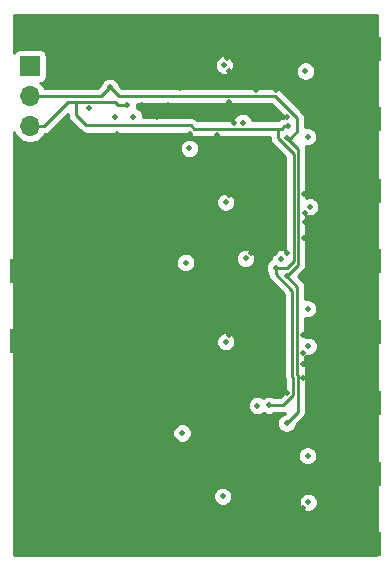
<source format=gbl>
G04 #@! TF.FileFunction,Copper,L4,Bot,Signal*
%FSLAX46Y46*%
G04 Gerber Fmt 4.6, Leading zero omitted, Abs format (unit mm)*
G04 Created by KiCad (PCBNEW 4.0.6-e0-6349~53~ubuntu14.04.1) date Thu Apr 13 01:04:39 2017*
%MOMM*%
%LPD*%
G01*
G04 APERTURE LIST*
%ADD10C,0.100000*%
%ADD11R,4.500000X2.000000*%
%ADD12R,1.700000X1.700000*%
%ADD13O,1.700000X1.700000*%
%ADD14C,0.480000*%
%ADD15C,0.240000*%
%ADD16C,0.254000*%
G04 APERTURE END LIST*
D10*
D11*
X126500000Y-142950000D03*
X126500000Y-137000000D03*
X99500000Y-131775000D03*
X99500000Y-137725000D03*
X126500000Y-154950000D03*
X126500000Y-149000000D03*
X126500000Y-118975000D03*
X126500000Y-113025000D03*
X126500000Y-130975000D03*
X126500000Y-125025000D03*
D12*
X99000000Y-114460000D03*
D13*
X99000000Y-117000000D03*
X99000000Y-119540000D03*
X99000000Y-122080000D03*
D14*
X112175000Y-131100000D03*
X115450000Y-114375000D03*
X106200000Y-118750000D03*
X122500000Y-120450000D03*
X122500000Y-147450000D03*
X122500000Y-135000000D03*
X112500000Y-121425000D03*
X107750000Y-118750000D03*
X111875000Y-145525000D03*
X118250000Y-143200000D03*
X120250000Y-130775000D03*
X117250000Y-130750000D03*
X117000000Y-119250000D03*
X122555000Y-151384000D03*
X115316000Y-150876000D03*
X115570000Y-137795000D03*
X115570000Y-125984000D03*
X122682000Y-126365000D03*
X122555000Y-138176000D03*
X122326400Y-114884200D03*
X121650000Y-111875000D03*
X127950000Y-110525000D03*
X125800000Y-110525000D03*
X123300000Y-110550000D03*
X120925000Y-110525000D03*
X105975000Y-110600000D03*
X103850000Y-110600000D03*
X102050000Y-110600000D03*
X100400000Y-110600000D03*
X98325000Y-110625000D03*
X98300000Y-111975000D03*
X98075000Y-123800000D03*
X98100000Y-125500000D03*
X98125000Y-126975000D03*
X98150000Y-128650000D03*
X109775000Y-118748000D03*
X110675000Y-117752000D03*
X111725000Y-116350000D03*
X122200000Y-125275000D03*
X107000000Y-124200000D03*
X107000000Y-121800000D03*
X108475000Y-123000000D03*
X113900000Y-113700000D03*
X113250000Y-114300000D03*
X112550000Y-114825000D03*
X112400000Y-115825000D03*
X113525000Y-115625000D03*
X114600000Y-115600000D03*
X111475000Y-120550000D03*
X114850000Y-120300000D03*
X113675000Y-120775000D03*
X112550000Y-120225000D03*
X113600000Y-118500000D03*
X114700000Y-118250000D03*
X115950000Y-118200000D03*
X116050000Y-124575000D03*
X115250000Y-123650000D03*
X114925000Y-125100000D03*
X114325000Y-126150000D03*
X114950000Y-127125000D03*
X113925000Y-127150000D03*
X113225000Y-126400000D03*
X113000000Y-125375000D03*
X111300000Y-124550000D03*
X111475000Y-123550000D03*
X111325000Y-122275000D03*
X112875000Y-142975000D03*
X113375000Y-142350000D03*
X114200000Y-141625000D03*
X115850000Y-141525000D03*
X116725000Y-141925000D03*
X116800000Y-142900000D03*
X116150000Y-143525000D03*
X114875000Y-143675000D03*
X113800000Y-144100000D03*
X112525000Y-144075000D03*
X111250000Y-144425000D03*
X108050000Y-144450000D03*
X108675000Y-144000000D03*
X109025000Y-142775000D03*
X110025000Y-141875000D03*
X111050000Y-140825000D03*
X112100000Y-139575000D03*
X113075000Y-138900000D03*
X114525000Y-138775000D03*
X114200000Y-137250000D03*
X115300000Y-136175000D03*
X114575000Y-135325000D03*
X113875000Y-133975000D03*
X112275000Y-134025000D03*
X110775000Y-134025000D03*
X109900000Y-133275000D03*
X109925000Y-131725000D03*
X109900000Y-130350000D03*
X111300000Y-129825000D03*
X115800000Y-131125000D03*
X115875000Y-129800000D03*
X114600000Y-129700000D03*
X113025000Y-129650000D03*
X111900000Y-128600000D03*
X110900000Y-127725000D03*
X109700000Y-127350000D03*
X109025000Y-125900000D03*
X108475000Y-124950000D03*
X107175000Y-126325000D03*
X108200000Y-127425000D03*
X108575000Y-129000000D03*
X108525000Y-130475000D03*
X108500000Y-131900000D03*
X108250000Y-133700000D03*
X107350000Y-134800000D03*
X107925000Y-135575000D03*
X108550000Y-137025000D03*
X108525000Y-138625000D03*
X108500000Y-140125000D03*
X108475000Y-141700000D03*
X107325000Y-143025000D03*
X107225000Y-144100000D03*
X115400000Y-149100000D03*
X114600000Y-148775000D03*
X113075000Y-148625000D03*
X111275000Y-148800000D03*
X111550000Y-149825000D03*
X112525000Y-150700000D03*
X113400000Y-151550000D03*
X114700000Y-152050000D03*
X105250000Y-122375000D03*
X104750000Y-123900000D03*
X104750000Y-125350000D03*
X104750000Y-126875000D03*
X105475000Y-128275000D03*
X106050000Y-129625000D03*
X106050000Y-130950000D03*
X106050000Y-132325000D03*
X104850000Y-132800000D03*
X102200000Y-132875000D03*
X102225000Y-131475000D03*
X102225000Y-130475000D03*
X101000000Y-130400000D03*
X99575000Y-130400000D03*
X98150000Y-130375000D03*
X98150000Y-133225000D03*
X99750000Y-133250000D03*
X101325000Y-133525000D03*
X114475000Y-155450000D03*
X111850000Y-155475000D03*
X110325000Y-155450000D03*
X108900000Y-155450000D03*
X107300000Y-155450000D03*
X105800000Y-155450000D03*
X104325000Y-155425000D03*
X102900000Y-155425000D03*
X101400000Y-155400000D03*
X99700000Y-155400000D03*
X98250000Y-155375000D03*
X98225000Y-154400000D03*
X98225000Y-152900000D03*
X98200000Y-151125000D03*
X98200000Y-149425000D03*
X98200000Y-147375000D03*
X98175000Y-145800000D03*
X98175000Y-143525000D03*
X98150000Y-141850000D03*
X98150000Y-140300000D03*
X102150000Y-137275000D03*
X102225000Y-138500000D03*
X100900000Y-139225000D03*
X99400000Y-139125000D03*
X98100000Y-139150000D03*
X98525000Y-136250000D03*
X100275000Y-136300000D03*
X101900000Y-136025000D03*
X104650000Y-136750000D03*
X105900000Y-137175000D03*
X106075000Y-138475000D03*
X106075000Y-139825000D03*
X105500000Y-141200000D03*
X104750000Y-142800000D03*
X104700000Y-144400000D03*
X104725000Y-146275000D03*
X105500000Y-147450000D03*
X108650000Y-148950000D03*
X108700000Y-150550000D03*
X109875000Y-152150000D03*
X111625000Y-153600000D03*
X113400000Y-154850000D03*
X115700000Y-154900000D03*
X122550000Y-155350000D03*
X123900000Y-155325000D03*
X123900000Y-154425000D03*
X124775000Y-153575000D03*
X125675000Y-153425000D03*
X126825000Y-153425000D03*
X127900000Y-153450000D03*
X127775000Y-150425000D03*
X126750000Y-150425000D03*
X125700000Y-150400000D03*
X124500000Y-150375000D03*
X123875000Y-149400000D03*
X123900000Y-148375000D03*
X124450000Y-147600000D03*
X125625000Y-147625000D03*
X126825000Y-147600000D03*
X127925000Y-147450000D03*
X127925000Y-145925000D03*
X127875000Y-144400000D03*
X126925000Y-144350000D03*
X125925000Y-144400000D03*
X124450000Y-144450000D03*
X123850000Y-143625000D03*
X123800000Y-142500000D03*
X123100000Y-141500000D03*
X124250000Y-141475000D03*
X125550000Y-141500000D03*
X126575000Y-141575000D03*
X127850000Y-141475000D03*
X127825000Y-138425000D03*
X126625000Y-138425000D03*
X125550000Y-138375000D03*
X124375000Y-138375000D03*
X123875000Y-137250000D03*
X123900000Y-136225000D03*
X124475000Y-135625000D03*
X125650000Y-135625000D03*
X126750000Y-135625000D03*
X127875000Y-135575000D03*
X127875000Y-132400000D03*
X126725000Y-132425000D03*
X125625000Y-132375000D03*
X124350000Y-132450000D03*
X123800000Y-131400000D03*
X123750000Y-130475000D03*
X123950000Y-129675000D03*
X125525000Y-129575000D03*
X126725000Y-129475000D03*
X127875000Y-129500000D03*
X127875000Y-126475000D03*
X126650000Y-126475000D03*
X125475000Y-126475000D03*
X124300000Y-126750000D03*
X123900000Y-125475000D03*
X123900000Y-124475000D03*
X124375000Y-123675000D03*
X125550000Y-123675000D03*
X126700000Y-123675000D03*
X127900000Y-123650000D03*
X123900000Y-113400000D03*
X123875000Y-112225000D03*
X124550000Y-111675000D03*
X126100000Y-111650000D03*
X127175000Y-111675000D03*
X128000000Y-111675000D03*
X128000000Y-114575000D03*
X127200000Y-114575000D03*
X126150000Y-114550000D03*
X125100000Y-114750000D03*
X123975000Y-114825000D03*
X123400000Y-114200000D03*
X123925000Y-118525000D03*
X123950000Y-119675000D03*
X124450000Y-120300000D03*
X125675000Y-120300000D03*
X126775000Y-120300000D03*
X127900000Y-120325000D03*
X127900000Y-117425000D03*
X126750000Y-117425000D03*
X125550000Y-117450000D03*
X124450000Y-117200000D03*
X123550000Y-117225000D03*
X122900000Y-117800000D03*
X114125000Y-131100000D03*
X116250000Y-119250000D03*
X115775000Y-150175000D03*
X115852000Y-151852000D03*
X104000000Y-118025000D03*
X106400000Y-120250000D03*
X122500000Y-123450000D03*
X122500000Y-144475000D03*
X122500000Y-132000000D03*
X112500000Y-123400000D03*
X108250000Y-113275000D03*
X107550000Y-115950000D03*
X108450000Y-115950000D03*
X108450000Y-115050000D03*
X107550000Y-115050000D03*
X108500000Y-117750000D03*
X103500000Y-135950000D03*
X103500000Y-133550000D03*
X107000000Y-147700000D03*
X103000000Y-135400000D03*
X103000000Y-134075000D03*
X105025000Y-134750000D03*
X106500000Y-147150000D03*
X107000000Y-145300000D03*
X108525000Y-146500000D03*
X111875000Y-147250000D03*
X115875000Y-153975000D03*
X115850000Y-152825000D03*
X122200000Y-150625000D03*
X122125000Y-151900000D03*
X122250000Y-152725000D03*
X122150000Y-153975000D03*
X117750000Y-155275000D03*
X118750000Y-155275000D03*
X119750000Y-155275000D03*
X120750000Y-155275000D03*
X115900000Y-140850000D03*
X122150000Y-140875000D03*
X122125000Y-137250000D03*
X122150000Y-138750000D03*
X122145477Y-139703411D03*
X115852414Y-137245301D03*
X115900000Y-138750000D03*
X115900000Y-139700000D03*
X117750000Y-142125000D03*
X118750000Y-142125000D03*
X119750000Y-142125000D03*
X120750000Y-142125000D03*
X115850000Y-125375000D03*
X115825000Y-126900000D03*
X115825000Y-127750000D03*
X115825000Y-129000000D03*
X118137500Y-153000000D03*
X119862500Y-153000000D03*
X119862500Y-151275000D03*
X118137500Y-151275000D03*
X118950000Y-145900000D03*
X118050000Y-145900000D03*
X118050000Y-145000000D03*
X118950000Y-145000000D03*
X118137500Y-139862500D03*
X119862500Y-139862500D03*
X119862500Y-138137500D03*
X118137500Y-138137500D03*
X118050000Y-133450000D03*
X118950000Y-133450000D03*
X118950000Y-132550000D03*
X118050000Y-132550000D03*
X118137500Y-128000000D03*
X119862500Y-128000000D03*
X119862500Y-126275000D03*
X118137500Y-126275000D03*
X118137500Y-116500000D03*
X118137500Y-114775000D03*
X119862500Y-114775000D03*
X119862500Y-116500000D03*
X122250000Y-126900000D03*
X122200000Y-128975000D03*
X122250000Y-127625000D03*
X117750000Y-130250000D03*
X118750000Y-130250000D03*
X119750000Y-130250000D03*
X120750000Y-130250000D03*
X118959200Y-121727800D03*
X118059200Y-121727800D03*
X118059200Y-120827800D03*
X118959200Y-120827800D03*
X115700000Y-113750000D03*
X122250000Y-116025000D03*
X115825000Y-117525000D03*
X115849170Y-114881584D03*
X115850000Y-115875000D03*
X117775000Y-118750000D03*
X118750000Y-118750000D03*
X119750000Y-118750000D03*
X120750000Y-118750000D03*
X122200000Y-117450000D03*
X122200000Y-113900000D03*
X118491000Y-148082000D03*
X120725000Y-144700000D03*
X120725000Y-132250000D03*
X120750000Y-120525000D03*
X105750000Y-116250000D03*
X119250000Y-143175000D03*
X119800000Y-131525000D03*
X107250000Y-117750000D03*
X120871000Y-119540000D03*
D15*
X120725000Y-144700000D02*
X121651999Y-143773001D01*
X121651999Y-143773001D02*
X121651999Y-140635959D01*
X121651999Y-140635959D02*
X121647476Y-140631436D01*
X121647476Y-140631436D02*
X121647476Y-139942452D01*
X121647476Y-139942452D02*
X121625000Y-139919976D01*
X121625000Y-139919976D02*
X121625000Y-133150000D01*
X121625000Y-133150000D02*
X120725000Y-132250000D01*
X121525000Y-121300000D02*
X121650000Y-121425000D01*
X120725000Y-132250000D02*
X121701999Y-131273001D01*
X121701999Y-131273001D02*
X121701999Y-121476999D01*
X121701999Y-121476999D02*
X121650000Y-121425000D01*
X121525000Y-121300000D02*
X120750000Y-120525000D01*
X120750000Y-120525000D02*
X121089411Y-120525000D01*
X121089411Y-120525000D02*
X121625000Y-119989411D01*
X121625000Y-119989411D02*
X121625000Y-118887958D01*
X121625000Y-118887958D02*
X119735043Y-116998001D01*
X119735043Y-116998001D02*
X106498001Y-116998001D01*
X106498001Y-116998001D02*
X105750000Y-116250000D01*
X99000000Y-117000000D02*
X105000000Y-117000000D01*
X105000000Y-117000000D02*
X105750000Y-116250000D01*
X102215082Y-117526999D02*
X102875000Y-117526999D01*
X102875000Y-117526999D02*
X106239957Y-117526999D01*
X103775000Y-119475000D02*
X102875000Y-118575000D01*
X102875000Y-118575000D02*
X102875000Y-117526999D01*
X112898001Y-119748001D02*
X112625000Y-119475000D01*
X112625000Y-119475000D02*
X103775000Y-119475000D01*
X119250000Y-143175000D02*
X120437042Y-143175000D01*
X120437042Y-143175000D02*
X121273989Y-142338053D01*
X121225000Y-140743546D02*
X121225000Y-133487042D01*
X121273989Y-142338053D02*
X121273989Y-140792535D01*
X121273989Y-140792535D02*
X121225000Y-140743546D01*
X121225000Y-133487042D02*
X119800000Y-132062042D01*
X119800000Y-132062042D02*
X119800000Y-131864411D01*
X119800000Y-131864411D02*
X119800000Y-131525000D01*
X120323588Y-119748001D02*
X120000000Y-119748001D01*
X120000000Y-119748001D02*
X112898001Y-119748001D01*
X121323989Y-121873989D02*
X120000000Y-120550000D01*
X120000000Y-120550000D02*
X120000000Y-119748001D01*
X121323989Y-130976011D02*
X121323989Y-121873989D01*
X120775000Y-131525000D02*
X121323989Y-130976011D01*
X119800000Y-131525000D02*
X120775000Y-131525000D01*
X120871000Y-119540000D02*
X120531589Y-119540000D01*
X120531589Y-119540000D02*
X120323588Y-119748001D01*
X99000000Y-119540000D02*
X100202081Y-119540000D01*
X100202081Y-119540000D02*
X102215082Y-117526999D01*
X106239957Y-117526999D02*
X106462958Y-117750000D01*
X106462958Y-117750000D02*
X106910589Y-117750000D01*
X106910589Y-117750000D02*
X107250000Y-117750000D01*
D16*
G36*
X128348000Y-155848000D02*
X97652000Y-155848000D01*
X97652000Y-151037798D01*
X114498858Y-151037798D01*
X114622977Y-151338189D01*
X114852602Y-151568215D01*
X115152776Y-151692858D01*
X115477798Y-151693142D01*
X115778189Y-151569023D01*
X115801454Y-151545798D01*
X121737858Y-151545798D01*
X121861977Y-151846189D01*
X122091602Y-152076215D01*
X122391776Y-152200858D01*
X122716798Y-152201142D01*
X123017189Y-152077023D01*
X123247215Y-151847398D01*
X123371858Y-151547224D01*
X123372142Y-151222202D01*
X123248023Y-150921811D01*
X123018398Y-150691785D01*
X122718224Y-150567142D01*
X122393202Y-150566858D01*
X122092811Y-150690977D01*
X121862785Y-150920602D01*
X121738142Y-151220776D01*
X121737858Y-151545798D01*
X115801454Y-151545798D01*
X116008215Y-151339398D01*
X116132858Y-151039224D01*
X116133142Y-150714202D01*
X116009023Y-150413811D01*
X115779398Y-150183785D01*
X115479224Y-150059142D01*
X115154202Y-150058858D01*
X114853811Y-150182977D01*
X114623785Y-150412602D01*
X114499142Y-150712776D01*
X114498858Y-151037798D01*
X97652000Y-151037798D01*
X97652000Y-147611798D01*
X121682858Y-147611798D01*
X121806977Y-147912189D01*
X122036602Y-148142215D01*
X122336776Y-148266858D01*
X122661798Y-148267142D01*
X122962189Y-148143023D01*
X123192215Y-147913398D01*
X123316858Y-147613224D01*
X123317142Y-147288202D01*
X123193023Y-146987811D01*
X122963398Y-146757785D01*
X122663224Y-146633142D01*
X122338202Y-146632858D01*
X122037811Y-146756977D01*
X121807785Y-146986602D01*
X121683142Y-147286776D01*
X121682858Y-147611798D01*
X97652000Y-147611798D01*
X97652000Y-145686798D01*
X111057858Y-145686798D01*
X111181977Y-145987189D01*
X111411602Y-146217215D01*
X111711776Y-146341858D01*
X112036798Y-146342142D01*
X112337189Y-146218023D01*
X112567215Y-145988398D01*
X112691858Y-145688224D01*
X112692142Y-145363202D01*
X112568023Y-145062811D01*
X112338398Y-144832785D01*
X112038224Y-144708142D01*
X111713202Y-144707858D01*
X111412811Y-144831977D01*
X111182785Y-145061602D01*
X111058142Y-145361776D01*
X111057858Y-145686798D01*
X97652000Y-145686798D01*
X97652000Y-137956798D01*
X114752858Y-137956798D01*
X114876977Y-138257189D01*
X115106602Y-138487215D01*
X115406776Y-138611858D01*
X115731798Y-138612142D01*
X116032189Y-138488023D01*
X116262215Y-138258398D01*
X116386858Y-137958224D01*
X116387142Y-137633202D01*
X116263023Y-137332811D01*
X116033398Y-137102785D01*
X115733224Y-136978142D01*
X115408202Y-136977858D01*
X115107811Y-137101977D01*
X114877785Y-137331602D01*
X114753142Y-137631776D01*
X114752858Y-137956798D01*
X97652000Y-137956798D01*
X97652000Y-131261798D01*
X111357858Y-131261798D01*
X111481977Y-131562189D01*
X111711602Y-131792215D01*
X112011776Y-131916858D01*
X112336798Y-131917142D01*
X112637189Y-131793023D01*
X112867215Y-131563398D01*
X112991858Y-131263224D01*
X112992142Y-130938202D01*
X112981233Y-130911798D01*
X116432858Y-130911798D01*
X116556977Y-131212189D01*
X116786602Y-131442215D01*
X117086776Y-131566858D01*
X117411798Y-131567142D01*
X117712189Y-131443023D01*
X117942215Y-131213398D01*
X118066858Y-130913224D01*
X118067142Y-130588202D01*
X117943023Y-130287811D01*
X117713398Y-130057785D01*
X117413224Y-129933142D01*
X117088202Y-129932858D01*
X116787811Y-130056977D01*
X116557785Y-130286602D01*
X116433142Y-130586776D01*
X116432858Y-130911798D01*
X112981233Y-130911798D01*
X112868023Y-130637811D01*
X112638398Y-130407785D01*
X112338224Y-130283142D01*
X112013202Y-130282858D01*
X111712811Y-130406977D01*
X111482785Y-130636602D01*
X111358142Y-130936776D01*
X111357858Y-131261798D01*
X97652000Y-131261798D01*
X97652000Y-126145798D01*
X114752858Y-126145798D01*
X114876977Y-126446189D01*
X115106602Y-126676215D01*
X115406776Y-126800858D01*
X115731798Y-126801142D01*
X116032189Y-126677023D01*
X116262215Y-126447398D01*
X116386858Y-126147224D01*
X116387142Y-125822202D01*
X116263023Y-125521811D01*
X116033398Y-125291785D01*
X115733224Y-125167142D01*
X115408202Y-125166858D01*
X115107811Y-125290977D01*
X114877785Y-125520602D01*
X114753142Y-125820776D01*
X114752858Y-126145798D01*
X97652000Y-126145798D01*
X97652000Y-121586798D01*
X111682858Y-121586798D01*
X111806977Y-121887189D01*
X112036602Y-122117215D01*
X112336776Y-122241858D01*
X112661798Y-122242142D01*
X112962189Y-122118023D01*
X113192215Y-121888398D01*
X113316858Y-121588224D01*
X113317142Y-121263202D01*
X113193023Y-120962811D01*
X112963398Y-120732785D01*
X112663224Y-120608142D01*
X112338202Y-120607858D01*
X112037811Y-120731977D01*
X111807785Y-120961602D01*
X111683142Y-121261776D01*
X111682858Y-121586798D01*
X97652000Y-121586798D01*
X97652000Y-120077708D01*
X97653667Y-120086089D01*
X97963002Y-120549041D01*
X98425954Y-120858376D01*
X98972043Y-120967000D01*
X99027957Y-120967000D01*
X99574046Y-120858376D01*
X100036998Y-120549041D01*
X100252152Y-120227040D01*
X100424558Y-120192746D01*
X100468812Y-120183944D01*
X100694934Y-120032853D01*
X102178000Y-118549788D01*
X102178000Y-118575000D01*
X102220090Y-118786602D01*
X102231056Y-118841731D01*
X102382147Y-119067853D01*
X103282146Y-119967853D01*
X103508269Y-120118944D01*
X103552523Y-120127746D01*
X103775000Y-120172000D01*
X112336293Y-120172000D01*
X112405148Y-120240855D01*
X112586120Y-120361776D01*
X112631271Y-120391945D01*
X112898001Y-120445001D01*
X119303000Y-120445001D01*
X119303000Y-120550000D01*
X119324096Y-120656056D01*
X119356056Y-120816731D01*
X119507147Y-121042853D01*
X120626989Y-122162696D01*
X120626989Y-130046905D01*
X120413224Y-129958142D01*
X120088202Y-129957858D01*
X119787811Y-130081977D01*
X119557785Y-130311602D01*
X119433142Y-130611776D01*
X119432984Y-130792652D01*
X119337811Y-130831977D01*
X119107785Y-131061602D01*
X118983142Y-131361776D01*
X118982858Y-131686798D01*
X119103000Y-131977564D01*
X119103000Y-132062042D01*
X119134818Y-132222000D01*
X119156056Y-132328773D01*
X119307147Y-132554895D01*
X120528000Y-133775749D01*
X120528000Y-140743546D01*
X120537745Y-140792535D01*
X120576989Y-140989830D01*
X120576989Y-142049346D01*
X120148336Y-142478000D01*
X119701874Y-142478000D01*
X119413224Y-142358142D01*
X119088202Y-142357858D01*
X118787811Y-142481977D01*
X118737636Y-142532065D01*
X118713398Y-142507785D01*
X118413224Y-142383142D01*
X118088202Y-142382858D01*
X117787811Y-142506977D01*
X117557785Y-142736602D01*
X117433142Y-143036776D01*
X117432858Y-143361798D01*
X117556977Y-143662189D01*
X117786602Y-143892215D01*
X118086776Y-144016858D01*
X118411798Y-144017142D01*
X118712189Y-143893023D01*
X118762364Y-143842935D01*
X118786602Y-143867215D01*
X119086776Y-143991858D01*
X119411798Y-143992142D01*
X119702564Y-143872000D01*
X120437042Y-143872000D01*
X120599636Y-143839658D01*
X120551671Y-143887622D01*
X120262811Y-144006977D01*
X120032785Y-144236602D01*
X119908142Y-144536776D01*
X119907858Y-144861798D01*
X120031977Y-145162189D01*
X120261602Y-145392215D01*
X120561776Y-145516858D01*
X120886798Y-145517142D01*
X121187189Y-145393023D01*
X121417215Y-145163398D01*
X121537864Y-144872842D01*
X122144853Y-144265854D01*
X122295943Y-144039731D01*
X122348999Y-143773001D01*
X122348999Y-140635959D01*
X122344476Y-140613220D01*
X122344476Y-139942452D01*
X122322000Y-139829458D01*
X122322000Y-138963885D01*
X122391776Y-138992858D01*
X122716798Y-138993142D01*
X123017189Y-138869023D01*
X123247215Y-138639398D01*
X123371858Y-138339224D01*
X123372142Y-138014202D01*
X123248023Y-137713811D01*
X123018398Y-137483785D01*
X122718224Y-137359142D01*
X122393202Y-137358858D01*
X122322000Y-137388278D01*
X122322000Y-135810722D01*
X122336776Y-135816858D01*
X122661798Y-135817142D01*
X122962189Y-135693023D01*
X123192215Y-135463398D01*
X123316858Y-135163224D01*
X123317142Y-134838202D01*
X123193023Y-134537811D01*
X122963398Y-134307785D01*
X122663224Y-134183142D01*
X122338202Y-134182858D01*
X122322000Y-134189553D01*
X122322000Y-133150000D01*
X122268944Y-132883270D01*
X122268944Y-132883269D01*
X122117853Y-132657146D01*
X121710707Y-132250000D01*
X122194852Y-131765855D01*
X122345943Y-131539732D01*
X122370137Y-131418098D01*
X122398999Y-131273001D01*
X122398999Y-127132122D01*
X122518776Y-127181858D01*
X122843798Y-127182142D01*
X123144189Y-127058023D01*
X123374215Y-126828398D01*
X123498858Y-126528224D01*
X123499142Y-126203202D01*
X123375023Y-125902811D01*
X123145398Y-125672785D01*
X122845224Y-125548142D01*
X122520202Y-125547858D01*
X122398999Y-125597938D01*
X122398999Y-121476999D01*
X122357203Y-121266876D01*
X122661798Y-121267142D01*
X122962189Y-121143023D01*
X123192215Y-120913398D01*
X123316858Y-120613224D01*
X123317142Y-120288202D01*
X123193023Y-119987811D01*
X122963398Y-119757785D01*
X122663224Y-119633142D01*
X122338202Y-119632858D01*
X122322000Y-119639553D01*
X122322000Y-118887958D01*
X122268944Y-118621228D01*
X122245924Y-118586776D01*
X122117854Y-118395105D01*
X120227896Y-116505148D01*
X120001774Y-116354057D01*
X119957520Y-116345255D01*
X119735043Y-116301001D01*
X106786708Y-116301001D01*
X106562378Y-116076671D01*
X106443023Y-115787811D01*
X106213398Y-115557785D01*
X105913224Y-115433142D01*
X105588202Y-115432858D01*
X105287811Y-115556977D01*
X105057785Y-115786602D01*
X104937136Y-116077157D01*
X104711294Y-116303000D01*
X100245497Y-116303000D01*
X100036998Y-115990959D01*
X99887711Y-115891208D01*
X100063823Y-115858070D01*
X100260207Y-115731701D01*
X100391954Y-115538883D01*
X100438304Y-115310000D01*
X100438304Y-114536798D01*
X114632858Y-114536798D01*
X114756977Y-114837189D01*
X114986602Y-115067215D01*
X115286776Y-115191858D01*
X115611798Y-115192142D01*
X115912189Y-115068023D01*
X115934252Y-115045998D01*
X121509258Y-115045998D01*
X121633377Y-115346389D01*
X121863002Y-115576415D01*
X122163176Y-115701058D01*
X122488198Y-115701342D01*
X122788589Y-115577223D01*
X123018615Y-115347598D01*
X123143258Y-115047424D01*
X123143542Y-114722402D01*
X123019423Y-114422011D01*
X122789798Y-114191985D01*
X122489624Y-114067342D01*
X122164602Y-114067058D01*
X121864211Y-114191177D01*
X121634185Y-114420802D01*
X121509542Y-114720976D01*
X121509258Y-115045998D01*
X115934252Y-115045998D01*
X116142215Y-114838398D01*
X116266858Y-114538224D01*
X116267142Y-114213202D01*
X116143023Y-113912811D01*
X115913398Y-113682785D01*
X115613224Y-113558142D01*
X115288202Y-113557858D01*
X114987811Y-113681977D01*
X114757785Y-113911602D01*
X114633142Y-114211776D01*
X114632858Y-114536798D01*
X100438304Y-114536798D01*
X100438304Y-113610000D01*
X100398070Y-113396177D01*
X100271701Y-113199793D01*
X100078883Y-113068046D01*
X99850000Y-113021696D01*
X98150000Y-113021696D01*
X97936177Y-113061930D01*
X97739793Y-113188299D01*
X97652000Y-113316788D01*
X97652000Y-110152000D01*
X128348000Y-110152000D01*
X128348000Y-155848000D01*
X128348000Y-155848000D01*
G37*
X128348000Y-155848000D02*
X97652000Y-155848000D01*
X97652000Y-151037798D01*
X114498858Y-151037798D01*
X114622977Y-151338189D01*
X114852602Y-151568215D01*
X115152776Y-151692858D01*
X115477798Y-151693142D01*
X115778189Y-151569023D01*
X115801454Y-151545798D01*
X121737858Y-151545798D01*
X121861977Y-151846189D01*
X122091602Y-152076215D01*
X122391776Y-152200858D01*
X122716798Y-152201142D01*
X123017189Y-152077023D01*
X123247215Y-151847398D01*
X123371858Y-151547224D01*
X123372142Y-151222202D01*
X123248023Y-150921811D01*
X123018398Y-150691785D01*
X122718224Y-150567142D01*
X122393202Y-150566858D01*
X122092811Y-150690977D01*
X121862785Y-150920602D01*
X121738142Y-151220776D01*
X121737858Y-151545798D01*
X115801454Y-151545798D01*
X116008215Y-151339398D01*
X116132858Y-151039224D01*
X116133142Y-150714202D01*
X116009023Y-150413811D01*
X115779398Y-150183785D01*
X115479224Y-150059142D01*
X115154202Y-150058858D01*
X114853811Y-150182977D01*
X114623785Y-150412602D01*
X114499142Y-150712776D01*
X114498858Y-151037798D01*
X97652000Y-151037798D01*
X97652000Y-147611798D01*
X121682858Y-147611798D01*
X121806977Y-147912189D01*
X122036602Y-148142215D01*
X122336776Y-148266858D01*
X122661798Y-148267142D01*
X122962189Y-148143023D01*
X123192215Y-147913398D01*
X123316858Y-147613224D01*
X123317142Y-147288202D01*
X123193023Y-146987811D01*
X122963398Y-146757785D01*
X122663224Y-146633142D01*
X122338202Y-146632858D01*
X122037811Y-146756977D01*
X121807785Y-146986602D01*
X121683142Y-147286776D01*
X121682858Y-147611798D01*
X97652000Y-147611798D01*
X97652000Y-145686798D01*
X111057858Y-145686798D01*
X111181977Y-145987189D01*
X111411602Y-146217215D01*
X111711776Y-146341858D01*
X112036798Y-146342142D01*
X112337189Y-146218023D01*
X112567215Y-145988398D01*
X112691858Y-145688224D01*
X112692142Y-145363202D01*
X112568023Y-145062811D01*
X112338398Y-144832785D01*
X112038224Y-144708142D01*
X111713202Y-144707858D01*
X111412811Y-144831977D01*
X111182785Y-145061602D01*
X111058142Y-145361776D01*
X111057858Y-145686798D01*
X97652000Y-145686798D01*
X97652000Y-137956798D01*
X114752858Y-137956798D01*
X114876977Y-138257189D01*
X115106602Y-138487215D01*
X115406776Y-138611858D01*
X115731798Y-138612142D01*
X116032189Y-138488023D01*
X116262215Y-138258398D01*
X116386858Y-137958224D01*
X116387142Y-137633202D01*
X116263023Y-137332811D01*
X116033398Y-137102785D01*
X115733224Y-136978142D01*
X115408202Y-136977858D01*
X115107811Y-137101977D01*
X114877785Y-137331602D01*
X114753142Y-137631776D01*
X114752858Y-137956798D01*
X97652000Y-137956798D01*
X97652000Y-131261798D01*
X111357858Y-131261798D01*
X111481977Y-131562189D01*
X111711602Y-131792215D01*
X112011776Y-131916858D01*
X112336798Y-131917142D01*
X112637189Y-131793023D01*
X112867215Y-131563398D01*
X112991858Y-131263224D01*
X112992142Y-130938202D01*
X112981233Y-130911798D01*
X116432858Y-130911798D01*
X116556977Y-131212189D01*
X116786602Y-131442215D01*
X117086776Y-131566858D01*
X117411798Y-131567142D01*
X117712189Y-131443023D01*
X117942215Y-131213398D01*
X118066858Y-130913224D01*
X118067142Y-130588202D01*
X117943023Y-130287811D01*
X117713398Y-130057785D01*
X117413224Y-129933142D01*
X117088202Y-129932858D01*
X116787811Y-130056977D01*
X116557785Y-130286602D01*
X116433142Y-130586776D01*
X116432858Y-130911798D01*
X112981233Y-130911798D01*
X112868023Y-130637811D01*
X112638398Y-130407785D01*
X112338224Y-130283142D01*
X112013202Y-130282858D01*
X111712811Y-130406977D01*
X111482785Y-130636602D01*
X111358142Y-130936776D01*
X111357858Y-131261798D01*
X97652000Y-131261798D01*
X97652000Y-126145798D01*
X114752858Y-126145798D01*
X114876977Y-126446189D01*
X115106602Y-126676215D01*
X115406776Y-126800858D01*
X115731798Y-126801142D01*
X116032189Y-126677023D01*
X116262215Y-126447398D01*
X116386858Y-126147224D01*
X116387142Y-125822202D01*
X116263023Y-125521811D01*
X116033398Y-125291785D01*
X115733224Y-125167142D01*
X115408202Y-125166858D01*
X115107811Y-125290977D01*
X114877785Y-125520602D01*
X114753142Y-125820776D01*
X114752858Y-126145798D01*
X97652000Y-126145798D01*
X97652000Y-121586798D01*
X111682858Y-121586798D01*
X111806977Y-121887189D01*
X112036602Y-122117215D01*
X112336776Y-122241858D01*
X112661798Y-122242142D01*
X112962189Y-122118023D01*
X113192215Y-121888398D01*
X113316858Y-121588224D01*
X113317142Y-121263202D01*
X113193023Y-120962811D01*
X112963398Y-120732785D01*
X112663224Y-120608142D01*
X112338202Y-120607858D01*
X112037811Y-120731977D01*
X111807785Y-120961602D01*
X111683142Y-121261776D01*
X111682858Y-121586798D01*
X97652000Y-121586798D01*
X97652000Y-120077708D01*
X97653667Y-120086089D01*
X97963002Y-120549041D01*
X98425954Y-120858376D01*
X98972043Y-120967000D01*
X99027957Y-120967000D01*
X99574046Y-120858376D01*
X100036998Y-120549041D01*
X100252152Y-120227040D01*
X100424558Y-120192746D01*
X100468812Y-120183944D01*
X100694934Y-120032853D01*
X102178000Y-118549788D01*
X102178000Y-118575000D01*
X102220090Y-118786602D01*
X102231056Y-118841731D01*
X102382147Y-119067853D01*
X103282146Y-119967853D01*
X103508269Y-120118944D01*
X103552523Y-120127746D01*
X103775000Y-120172000D01*
X112336293Y-120172000D01*
X112405148Y-120240855D01*
X112586120Y-120361776D01*
X112631271Y-120391945D01*
X112898001Y-120445001D01*
X119303000Y-120445001D01*
X119303000Y-120550000D01*
X119324096Y-120656056D01*
X119356056Y-120816731D01*
X119507147Y-121042853D01*
X120626989Y-122162696D01*
X120626989Y-130046905D01*
X120413224Y-129958142D01*
X120088202Y-129957858D01*
X119787811Y-130081977D01*
X119557785Y-130311602D01*
X119433142Y-130611776D01*
X119432984Y-130792652D01*
X119337811Y-130831977D01*
X119107785Y-131061602D01*
X118983142Y-131361776D01*
X118982858Y-131686798D01*
X119103000Y-131977564D01*
X119103000Y-132062042D01*
X119134818Y-132222000D01*
X119156056Y-132328773D01*
X119307147Y-132554895D01*
X120528000Y-133775749D01*
X120528000Y-140743546D01*
X120537745Y-140792535D01*
X120576989Y-140989830D01*
X120576989Y-142049346D01*
X120148336Y-142478000D01*
X119701874Y-142478000D01*
X119413224Y-142358142D01*
X119088202Y-142357858D01*
X118787811Y-142481977D01*
X118737636Y-142532065D01*
X118713398Y-142507785D01*
X118413224Y-142383142D01*
X118088202Y-142382858D01*
X117787811Y-142506977D01*
X117557785Y-142736602D01*
X117433142Y-143036776D01*
X117432858Y-143361798D01*
X117556977Y-143662189D01*
X117786602Y-143892215D01*
X118086776Y-144016858D01*
X118411798Y-144017142D01*
X118712189Y-143893023D01*
X118762364Y-143842935D01*
X118786602Y-143867215D01*
X119086776Y-143991858D01*
X119411798Y-143992142D01*
X119702564Y-143872000D01*
X120437042Y-143872000D01*
X120599636Y-143839658D01*
X120551671Y-143887622D01*
X120262811Y-144006977D01*
X120032785Y-144236602D01*
X119908142Y-144536776D01*
X119907858Y-144861798D01*
X120031977Y-145162189D01*
X120261602Y-145392215D01*
X120561776Y-145516858D01*
X120886798Y-145517142D01*
X121187189Y-145393023D01*
X121417215Y-145163398D01*
X121537864Y-144872842D01*
X122144853Y-144265854D01*
X122295943Y-144039731D01*
X122348999Y-143773001D01*
X122348999Y-140635959D01*
X122344476Y-140613220D01*
X122344476Y-139942452D01*
X122322000Y-139829458D01*
X122322000Y-138963885D01*
X122391776Y-138992858D01*
X122716798Y-138993142D01*
X123017189Y-138869023D01*
X123247215Y-138639398D01*
X123371858Y-138339224D01*
X123372142Y-138014202D01*
X123248023Y-137713811D01*
X123018398Y-137483785D01*
X122718224Y-137359142D01*
X122393202Y-137358858D01*
X122322000Y-137388278D01*
X122322000Y-135810722D01*
X122336776Y-135816858D01*
X122661798Y-135817142D01*
X122962189Y-135693023D01*
X123192215Y-135463398D01*
X123316858Y-135163224D01*
X123317142Y-134838202D01*
X123193023Y-134537811D01*
X122963398Y-134307785D01*
X122663224Y-134183142D01*
X122338202Y-134182858D01*
X122322000Y-134189553D01*
X122322000Y-133150000D01*
X122268944Y-132883270D01*
X122268944Y-132883269D01*
X122117853Y-132657146D01*
X121710707Y-132250000D01*
X122194852Y-131765855D01*
X122345943Y-131539732D01*
X122370137Y-131418098D01*
X122398999Y-131273001D01*
X122398999Y-127132122D01*
X122518776Y-127181858D01*
X122843798Y-127182142D01*
X123144189Y-127058023D01*
X123374215Y-126828398D01*
X123498858Y-126528224D01*
X123499142Y-126203202D01*
X123375023Y-125902811D01*
X123145398Y-125672785D01*
X122845224Y-125548142D01*
X122520202Y-125547858D01*
X122398999Y-125597938D01*
X122398999Y-121476999D01*
X122357203Y-121266876D01*
X122661798Y-121267142D01*
X122962189Y-121143023D01*
X123192215Y-120913398D01*
X123316858Y-120613224D01*
X123317142Y-120288202D01*
X123193023Y-119987811D01*
X122963398Y-119757785D01*
X122663224Y-119633142D01*
X122338202Y-119632858D01*
X122322000Y-119639553D01*
X122322000Y-118887958D01*
X122268944Y-118621228D01*
X122245924Y-118586776D01*
X122117854Y-118395105D01*
X120227896Y-116505148D01*
X120001774Y-116354057D01*
X119957520Y-116345255D01*
X119735043Y-116301001D01*
X106786708Y-116301001D01*
X106562378Y-116076671D01*
X106443023Y-115787811D01*
X106213398Y-115557785D01*
X105913224Y-115433142D01*
X105588202Y-115432858D01*
X105287811Y-115556977D01*
X105057785Y-115786602D01*
X104937136Y-116077157D01*
X104711294Y-116303000D01*
X100245497Y-116303000D01*
X100036998Y-115990959D01*
X99887711Y-115891208D01*
X100063823Y-115858070D01*
X100260207Y-115731701D01*
X100391954Y-115538883D01*
X100438304Y-115310000D01*
X100438304Y-114536798D01*
X114632858Y-114536798D01*
X114756977Y-114837189D01*
X114986602Y-115067215D01*
X115286776Y-115191858D01*
X115611798Y-115192142D01*
X115912189Y-115068023D01*
X115934252Y-115045998D01*
X121509258Y-115045998D01*
X121633377Y-115346389D01*
X121863002Y-115576415D01*
X122163176Y-115701058D01*
X122488198Y-115701342D01*
X122788589Y-115577223D01*
X123018615Y-115347598D01*
X123143258Y-115047424D01*
X123143542Y-114722402D01*
X123019423Y-114422011D01*
X122789798Y-114191985D01*
X122489624Y-114067342D01*
X122164602Y-114067058D01*
X121864211Y-114191177D01*
X121634185Y-114420802D01*
X121509542Y-114720976D01*
X121509258Y-115045998D01*
X115934252Y-115045998D01*
X116142215Y-114838398D01*
X116266858Y-114538224D01*
X116267142Y-114213202D01*
X116143023Y-113912811D01*
X115913398Y-113682785D01*
X115613224Y-113558142D01*
X115288202Y-113557858D01*
X114987811Y-113681977D01*
X114757785Y-113911602D01*
X114633142Y-114211776D01*
X114632858Y-114536798D01*
X100438304Y-114536798D01*
X100438304Y-113610000D01*
X100398070Y-113396177D01*
X100271701Y-113199793D01*
X100078883Y-113068046D01*
X99850000Y-113021696D01*
X98150000Y-113021696D01*
X97936177Y-113061930D01*
X97739793Y-113188299D01*
X97652000Y-113316788D01*
X97652000Y-110152000D01*
X128348000Y-110152000D01*
X128348000Y-155848000D01*
G36*
X120542906Y-118791570D02*
X120408811Y-118846977D01*
X120383234Y-118872510D01*
X120264859Y-118896056D01*
X120038736Y-119047146D01*
X120034881Y-119051001D01*
X117801771Y-119051001D01*
X117693023Y-118787811D01*
X117463398Y-118557785D01*
X117163224Y-118433142D01*
X116838202Y-118432858D01*
X116537811Y-118556977D01*
X116307785Y-118786602D01*
X116197997Y-119051001D01*
X113186707Y-119051001D01*
X113117853Y-118982147D01*
X112891731Y-118831056D01*
X112847477Y-118822254D01*
X112625000Y-118778000D01*
X108566976Y-118778000D01*
X108567142Y-118588202D01*
X108443023Y-118287811D01*
X108213398Y-118057785D01*
X108037210Y-117984625D01*
X108066858Y-117913224D01*
X108067049Y-117695001D01*
X119446337Y-117695001D01*
X120542906Y-118791570D01*
X120542906Y-118791570D01*
G37*
X120542906Y-118791570D02*
X120408811Y-118846977D01*
X120383234Y-118872510D01*
X120264859Y-118896056D01*
X120038736Y-119047146D01*
X120034881Y-119051001D01*
X117801771Y-119051001D01*
X117693023Y-118787811D01*
X117463398Y-118557785D01*
X117163224Y-118433142D01*
X116838202Y-118432858D01*
X116537811Y-118556977D01*
X116307785Y-118786602D01*
X116197997Y-119051001D01*
X113186707Y-119051001D01*
X113117853Y-118982147D01*
X112891731Y-118831056D01*
X112847477Y-118822254D01*
X112625000Y-118778000D01*
X108566976Y-118778000D01*
X108567142Y-118588202D01*
X108443023Y-118287811D01*
X108213398Y-118057785D01*
X108037210Y-117984625D01*
X108066858Y-117913224D01*
X108067049Y-117695001D01*
X119446337Y-117695001D01*
X120542906Y-118791570D01*
M02*

</source>
